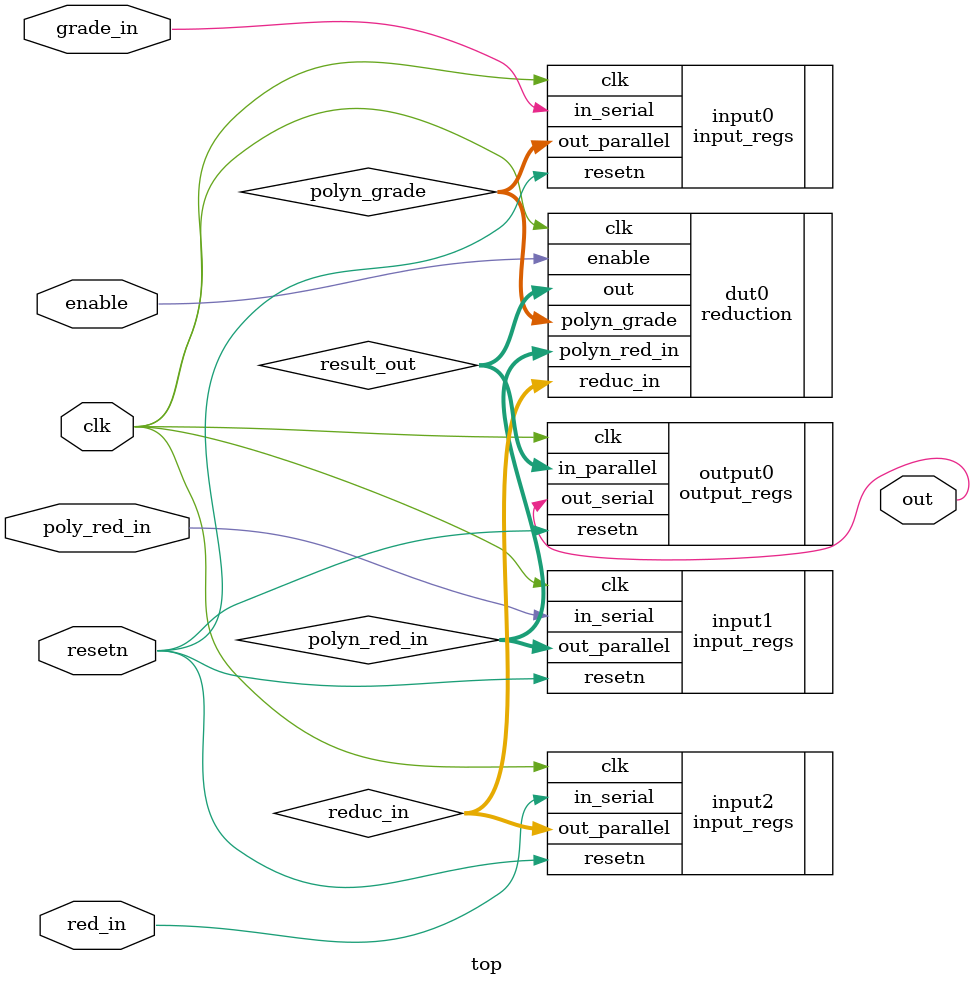
<source format=v>
module top #( parameter DATA_WIDTH = 32) (
    input clk,
    input resetn,
    input enable,
    input grade_in,
    input poly_red_in,
    input red_in,
    output out
);

    wire [$clog2(DATA_WIDTH):0]     polyn_grade;
    wire [DATA_WIDTH:0]             polyn_red_in;
    wire [2*DATA_WIDTH-1:0]         reduc_in;
    wire [DATA_WIDTH-1:0]           result_out;

    input_regs #($clog2(DATA_WIDTH)+1) input0 (
        .clk(clk),
        .resetn(resetn),
        .in_serial(grade_in),
        .out_parallel(polyn_grade)
    );

    input_regs #(DATA_WIDTH+1) input1 (
        .clk(clk),
        .resetn(resetn),
        .in_serial(poly_red_in),
        .out_parallel(polyn_red_in)
    );

    input_regs #(2*DATA_WIDTH) input2 (
        .clk(clk),
        .resetn(resetn),
        .in_serial(red_in),
        .out_parallel(reduc_in)
    );

    output_regs #(DATA_WIDTH) output0 (
        .clk(clk),
        .resetn(resetn),
        .in_parallel(result_out),
        .out_serial(out)
    );

    reduction #(DATA_WIDTH) dut0(
        .clk(clk),
        .enable(enable),
        .polyn_grade(polyn_grade),
        .polyn_red_in(polyn_red_in),
        .reduc_in(reduc_in),
        .out(result_out)
    );

endmodule
</source>
